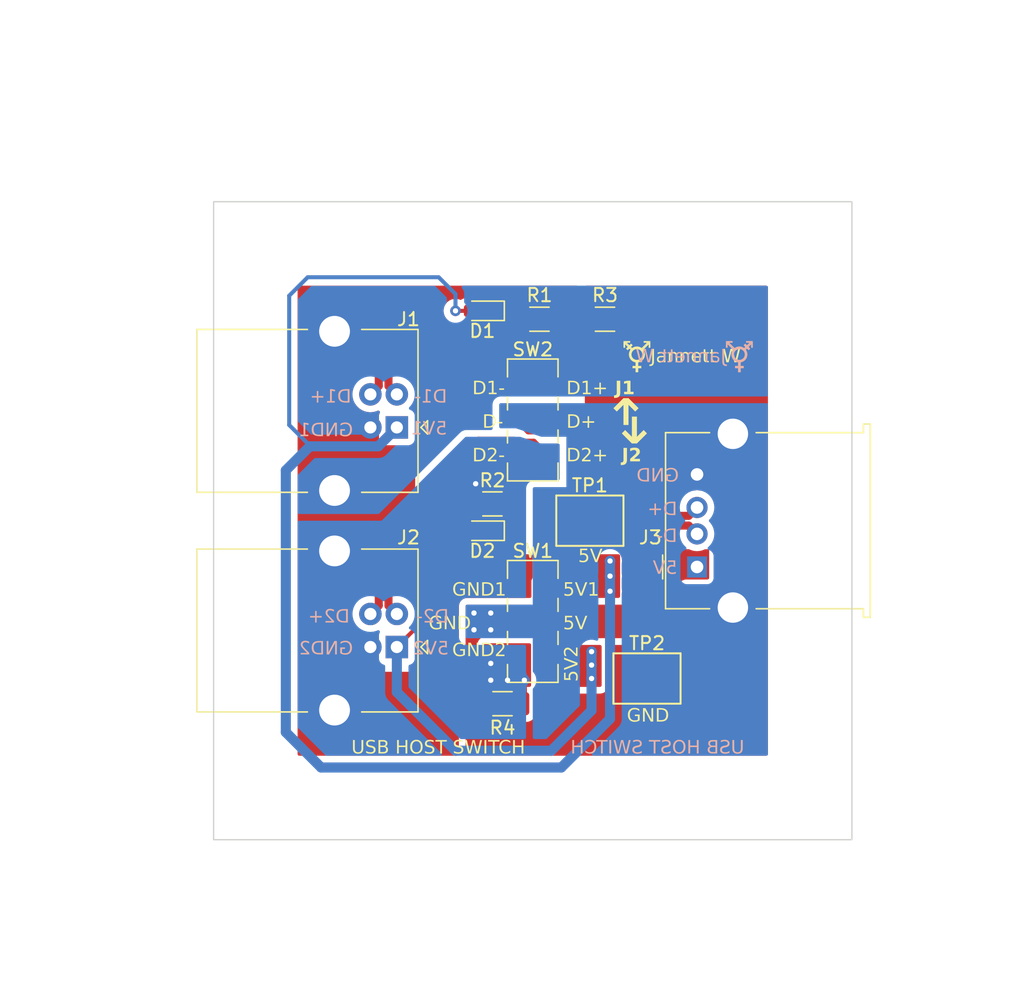
<source format=kicad_pcb>
(kicad_pcb (version 20221018) (generator pcbnew)
  (layers (0 "F.Cu" signal) (31 "B.Cu" signal) (34 "B.Paste" user) (35 "F.Paste" user) (36 "B.SilkS" user "B.Silkscreen") (37 "F.SilkS" user "F.Silkscreen") (38 "B.Mask" user) (39 "F.Mask" user) (44 "Edge.Cuts" user))
  (net 0 "")
  (net 1 "/VBUS1")
  (net 2 "/D1-")
  (net 3 "/D1+")
  (net 4 "/GND1")
  (net 5 "/VBUS2")
  (net 6 "/D2-")
  (net 7 "/D2+")
  (net 8 "/GND2")
  (net 9 "/VBUS")
  (net 10 "/D-")
  (net 11 "/D+")
  (net 12 "/GND")
  (net 13 "Net-(D1-K)")
  (net 14 "Net-(D2-K)")
  (footprint "LED_SMD:LED_0603_1608Metric_Pad1.05x0.95mm_HandSolder" (layer "F.Cu") (at 21.59 26.162 180)
    (fp_text reference "D2" (at 0 -1.524) (layer "F.SilkS"))
    (fp_text value "LED")
    (fp_line (start -1.66 -0.735) (end -1.66 0.735) (stroke (width 0.12)) (layer "F.SilkS"))
    (fp_line (start -1.66 0.735) (end 0.8 0.735) (stroke (width 0.12)) (layer "F.SilkS"))
    (fp_line (start 0.8 -0.735) (end -1.66 -0.735) (stroke (width 0.12)) (layer "F.SilkS"))
    (pad "1" smd roundrect (at -0.875 0 180) (size 1.05 0.95) (layers "F.Cu" "F.Paste" "F.Mask") (net 14 "Net-(D2-K)"))
    (pad "2" smd roundrect (at 0.875 0 180) (size 1.05 0.95) (layers "F.Cu" "F.Paste" "F.Mask") (net 5 "/VBUS2"))
  )
  (footprint "MountingHole:MountingHole_2.2mm_M2" (layer "F.Cu") (at 5.08 5.08)
    (fp_text reference "H1" hide)
    (fp_text value "M2")
    (pad "" np_thru_hole circle (at 0 0) (size 2.2 2.2) (drill 2.2) (layers "*.Cu" "*.Mask"))
  )
  (footprint "Resistor_SMD:R_1206_3216Metric" (layer "F.Cu") (at 25.908 10.16)
    (fp_text reference "R1" (at 0 -1.82) (layer "F.SilkS"))
    (fp_text value "240")
    (fp_line (start -0.727064 -0.91) (end 0.727064 -0.91) (stroke (width 0.12)) (layer "F.SilkS"))
    (fp_line (start -0.727064 0.91) (end 0.727064 0.91) (stroke (width 0.12)) (layer "F.SilkS"))
    (pad "1" smd roundrect (at -1.4625 0) (size 1.125 1.75) (layers "F.Cu" "F.Paste" "F.Mask") (roundrect_rratio 0.2222222222) (net 13 "Net-(D1-K)"))
    (pad "2" smd roundrect (at 1.4625 0) (size 1.125 1.75) (layers "F.Cu" "F.Paste" "F.Mask") (roundrect_rratio 0.2222222222) (net 4 "/GND1"))
  )
  (footprint "LED_SMD:LED_0603_1608Metric_Pad1.05x0.95mm_HandSolder" (layer "F.Cu") (at 21.59 9.525 180)
    (fp_text reference "D1" (at 0 -1.524) (layer "F.SilkS"))
    (fp_text value "LED")
    (fp_line (start -1.66 -0.735) (end -1.66 0.735) (stroke (width 0.12)) (layer "F.SilkS"))
    (fp_line (start -1.66 0.735) (end 0.8 0.735) (stroke (width 0.12)) (layer "F.SilkS"))
    (fp_line (start 0.8 -0.735) (end -1.66 -0.735) (stroke (width 0.12)) (layer "F.SilkS"))
    (pad "1" smd roundrect (at -0.875 0 180) (size 1.05 0.95) (layers "F.Cu" "F.Paste" "F.Mask") (net 13 "Net-(D1-K)"))
    (pad "2" smd roundrect (at 0.875 0 180) (size 1.05 0.95) (layers "F.Cu" "F.Paste" "F.Mask") (net 1 "/VBUS1"))
  )
  (footprint "MountingHole:MountingHole_2.2mm_M2" (layer "F.Cu") (at 45.72 45.72)
    (fp_text reference "H4" hide)
    (fp_text value "M2")
    (pad "" np_thru_hole circle (at 0 0) (size 2.2 2.2) (drill 2.2) (layers "*.Cu" "*.Mask"))
  )
  (footprint "Button_Switch_SMD:SW_DPDT_CK_JS202011JCQN" (layer "F.Cu") (at 25.4 17.78 -90)
    (fp_text reference "SW2" (at -5.334 0) (layer "F.SilkS"))
    (fp_text value "JS202011JCQN")
    (fp_line (start -4.61 -1.91) (end -4.61 1.91) (stroke (width 0.12)) (layer "F.SilkS"))
    (fp_line (start -4.61 1.91) (end -3.26 1.91) (stroke (width 0.12)) (layer "F.SilkS"))
    (fp_line (start -3.26 -1.91) (end -4.61 -1.91) (stroke (width 0.12)) (layer "F.SilkS"))
    (fp_line (start -0.76 -1.91) (end -1.74 -1.91) (stroke (width 0.12)) (layer "F.SilkS"))
    (fp_line (start -0.76 1.91) (end -1.74 1.91) (stroke (width 0.12)) (layer "F.SilkS"))
    (fp_line (start 1.74 -1.91) (end 0.76 -1.91) (stroke (width 0.12)) (layer "F.SilkS"))
    (fp_line (start 1.74 1.91) (end 0.76 1.91) (stroke (width 0.12)) (layer "F.SilkS"))
    (fp_line (start 4.61 -1.91) (end 3.26 -1.91) (stroke (width 0.12)) (layer "F.SilkS"))
    (fp_line (start 4.61 -1.91) (end 4.61 1.91) (stroke (width 0.12)) (layer "F.SilkS"))
    (fp_line (start 4.61 1.91) (end 3.26 1.91) (stroke (width 0.12)) (layer "F.SilkS"))
    (pad "1" smd rect (at -2.5 -1.2 270) (size 1 1.6) (layers "F.Cu" "F.Paste" "F.Mask") (net 3 "/D1+"))
    (pad "2" smd rect (at 0 -1.2 270) (size 1 1.6) (layers "F.Cu" "F.Paste" "F.Mask") (net 11 "/D+"))
    (pad "3" smd rect (at 2.5 -1.2 270) (size 1 1.6) (layers "F.Cu" "F.Paste" "F.Mask") (net 7 "/D2+"))
    (pad "4" smd rect (at -2.5 1.2 270) (size 1 1.6) (layers "F.Cu" "F.Paste" "F.Mask") (net 2 "/D1-"))
    (pad "5" smd rect (at 0 1.2 270) (size 1 1.6) (layers "F.Cu" "F.Paste" "F.Mask") (net 10 "/D-"))
    (pad "6" smd rect (at 2.5 1.2 270) (size 1 1.6) (layers "F.Cu" "F.Paste" "F.Mask") (net 6 "/D2-"))
  )
  (footprint "Connector_USB:USB_A_Molex_67643_Horizontal" (layer "F.Cu") (at 37.82 28.9 90)
    (fp_text reference "J3" (at 2.23 -3.53 180) (layer "F.SilkS"))
    (fp_text value "USB_A")
    (fp_line (start -3.81 12.58) (end -3.81 13.1) (stroke (width 0.12)) (layer "F.SilkS"))
    (fp_line (start -3.81 13.1) (end 10.81 13.1) (stroke (width 0.12)) (layer "F.SilkS"))
    (fp_line (start -3.16 -2.38) (end -3.16 0.95) (stroke (width 0.12)) (layer "F.SilkS"))
    (fp_line (start -3.16 -2.38) (end 10.16 -2.38) (stroke (width 0.12)) (layer "F.SilkS"))
    (fp_line (start -3.16 12.58) (end -3.81 12.58) (stroke (width 0.12)) (layer "F.SilkS"))
    (fp_line (start -3.16 12.58) (end -3.16 4.47) (stroke (width 0.12)) (layer "F.SilkS"))
    (fp_line (start -0.9 -2.6) (end 0.9 -2.6) (stroke (width 0.12)) (layer "F.SilkS"))
    (fp_line (start 10.16 -2.38) (end 10.16 0.95) (stroke (width 0.12)) (layer "F.SilkS"))
    (fp_line (start 10.16 4.47) (end 10.16 12.58) (stroke (width 0.12)) (layer "F.SilkS"))
    (fp_line (start 10.81 12.58) (end 10.16 12.58) (stroke (width 0.12)) (layer "F.SilkS"))
    (fp_line (start 10.81 13.1) (end 10.81 12.58) (stroke (width 0.12)) (layer "F.SilkS"))
    (pad "1" thru_hole rect (at 0 0 90) (size 1.6 1.5) (drill 0.95) (layers "*.Cu" "*.Mask") (net 9 "/VBUS"))
    (pad "2" thru_hole circle (at 2.5 0 90) (size 1.6 1.6) (drill 0.95) (layers "*.Cu" "*.Mask") (net 10 "/D-"))
    (pad "3" thru_hole circle (at 4.5 0 90) (size 1.6 1.6) (drill 0.95) (layers "*.Cu" "*.Mask") (net 11 "/D+"))
    (pad "4" thru_hole circle (at 7 0 90) (size 1.6 1.6) (drill 0.95) (layers "*.Cu" "*.Mask") (net 12 "/GND"))
    (pad "5" thru_hole circle (at -3.07 2.71 90) (size 3 3) (drill 2.3) (layers "*.Cu" "*.Mask") (net 12 "/GND"))
    (pad "5" thru_hole circle (at 10.07 2.71 90) (size 3 3) (drill 2.3) (layers "*.Cu" "*.Mask") (net 12 "/GND"))
  )
  (footprint "Resistor_SMD:R_1206_3216Metric" (layer "F.Cu") (at 30.861 10.16)
    (fp_text reference "R3" (at 0 -1.82) (layer "F.SilkS"))
    (fp_text value "1K")
    (fp_line (start -0.727064 -0.91) (end 0.727064 -0.91) (stroke (width 0.12)) (layer "F.SilkS"))
    (fp_line (start -0.727064 0.91) (end 0.727064 0.91) (stroke (width 0.12)) (layer "F.SilkS"))
    (pad "1" smd roundrect (at -1.4625 0) (size 1.125 1.75) (layers "F.Cu" "F.Paste" "F.Mask") (roundrect_rratio 0.2222222222) (net 4 "/GND1"))
    (pad "2" smd roundrect (at 1.4625 0) (size 1.125 1.75) (layers "F.Cu" "F.Paste" "F.Mask") (roundrect_rratio 0.2222222222) (net 12 "/GND"))
  )
  (footprint "Jarrett_Footprint_Library:Trans_Symbol" (layer "F.Cu") (at 33.274 12.827)
    (fp_text reference "SYMBOL1" hide)
    (fp_text value "~")
    (fp_circle (center 0 0) (end 0.508 0) (stroke (width 0.2)) (fill none) (layer "F.SilkS"))
    (fp_poly (pts (xy -1.016 -0.889) (xy -0.889 -0.889) (xy -0.889 -0.508) (xy -1.016 -0.508)) (fill solid) (layer "F.SilkS"))
    (fp_poly (pts (xy -0.508 -1.016) (xy -0.508 -0.889) (xy -0.889 -0.889) (xy -0.889 -1.016)) (fill solid) (layer "F.SilkS"))
    (fp_poly (pts (xy -0.381 -0.381) (xy -0.381 -0.254) (xy -1.016 -0.889) (xy -1.016 -1.016)) (fill solid) (layer "F.SilkS"))
    (fp_poly (pts (xy -0.381 -0.381) (xy -0.254 -0.381) (xy -0.889 -1.016) (xy -1.016 -1.016)) (fill solid) (layer "F.SilkS"))
    (fp_poly (pts (xy -0.3175 -0.6985) (xy -0.6985 -0.3175) (xy -0.8255 -0.4445) (xy -0.4445 -0.8255)) (fill solid) (layer "F.SilkS"))
    (fp_poly (pts (xy 0.1016 1.3462) (xy -0.1016 1.3462) (xy -0.1016 0.5842) (xy 0.1016 0.5842)) (fill solid) (layer "F.SilkS"))
    (fp_poly (pts (xy 0.3302 1.0414) (xy -0.3302 1.0414) (xy -0.3302 0.8636) (xy 0.3302 0.8636)) (fill solid) (layer "F.SilkS"))
    (fp_poly (pts (xy 0.381 -0.381) (xy 0.254 -0.381) (xy 0.889 -1.016) (xy 1.016 -1.016)) (fill solid) (layer "F.SilkS"))
    (fp_poly (pts (xy 0.381 -0.381) (xy 0.381 -0.254) (xy 1.016 -0.889) (xy 1.016 -1.016)) (fill solid) (layer "F.SilkS"))
    (fp_poly (pts (xy 0.889 -1.016) (xy 0.889 -0.889) (xy 0.508 -0.889) (xy 0.508 -1.016)) (fill solid) (layer "F.SilkS"))
    (fp_poly (pts (xy 1.016 -0.508) (xy 0.889 -0.508) (xy 0.889 -0.889) (xy 1.016 -0.889)) (fill solid) (layer "F.SilkS"))
  )
  (footprint "Resistor_SMD:R_1206_3216Metric" (layer "F.Cu") (at 22.352 24.13 180)
    (fp_text reference "R2" (at 0 1.778) (layer "F.SilkS"))
    (fp_text value "240")
    (fp_line (start -0.727064 -0.91) (end 0.727064 -0.91) (stroke (width 0.12)) (layer "F.SilkS"))
    (fp_line (start -0.727064 0.91) (end 0.727064 0.91) (stroke (width 0.12)) (layer "F.SilkS"))
    (pad "1" smd roundrect (at -1.4625 0 180) (size 1.125 1.75) (layers "F.Cu" "F.Paste" "F.Mask") (roundrect_rratio 0.2222222222) (net 14 "Net-(D2-K)"))
    (pad "2" smd roundrect (at 1.4625 0 180) (size 1.125 1.75) (layers "F.Cu" "F.Paste" "F.Mask") (roundrect_rratio 0.2222222222) (net 8 "/GND2"))
  )
  (footprint "Jarrett_Footprint_Library:TestPoint_Keystone_5016_Compact" (layer "F.Cu") (at 29.718 25.4)
    (fp_text reference "TP1" (at 0 -2.667) (layer "F.SilkS"))
    (fp_text value "5016")
    (fp_line (start -2.54 -1.905) (end 2.54 -1.905) (stroke (width 0.15)) (layer "F.SilkS"))
    (fp_line (start -2.54 1.905) (end -2.54 -1.905) (stroke (width 0.15)) (layer "F.SilkS"))
    (fp_line (start 2.54 -1.905) (end 2.54 1.905) (stroke (width 0.15)) (layer "F.SilkS"))
    (fp_line (start 2.54 1.905) (end -2.54 1.905) (stroke (width 0.15)) (layer "F.SilkS"))
    (pad "1" smd rect (at 0 0) (size 4.699 3.429) (layers "F.Cu" "F.Paste" "F.Mask") (net 9 "/VBUS"))
  )
  (footprint "MountingHole:MountingHole_2.2mm_M2" (layer "F.Cu") (at 45.72 5.08)
    (fp_text reference "H2" hide)
    (fp_text value "M2")
    (pad "" np_thru_hole circle (at 0 0) (size 2.2 2.2) (drill 2.2) (layers "*.Cu" "*.Mask"))
  )
  (footprint "Connector_USB:USB_B_OST_USB-B1HSxx_Horizontal" (layer "F.Cu") (at 15.124 18.344 180)
    (fp_text reference "J1" (at -0.878 8.184) (layer "F.SilkS"))
    (fp_text value "USB_B")
    (fp_line (start -2.32 -0.5) (end -2.32 0.5) (stroke (width 0.12)) (layer "F.SilkS"))
    (fp_line (start -2.32 0.5) (end -1.82 0) (stroke (width 0.12)) (layer "F.SilkS"))
    (fp_line (start -1.82 0) (end -2.32 -0.5) (stroke (width 0.12)) (layer "F.SilkS"))
    (fp_line (start -1.6 -4.91) (end -1.6 7.41) (stroke (width 0.12)) (layer "F.SilkS"))
    (fp_line (start -1.6 7.41) (end 2.66 7.41) (stroke (width 0.12)) (layer "F.SilkS"))
    (fp_line (start 2.66 -4.91) (end -1.6 -4.91) (stroke (width 0.12)) (layer "F.SilkS"))
    (fp_line (start 6.76 -4.91) (end 15.12 -4.91) (stroke (width 0.12)) (layer "F.SilkS"))
    (fp_line (start 15.12 -4.91) (end 15.12 7.41) (stroke (width 0.12)) (layer "F.SilkS"))
    (fp_line (start 15.12 7.41) (end 6.76 7.41) (stroke (width 0.12)) (layer "F.SilkS"))
    (pad "1" thru_hole rect (at 0 0 180) (size 1.7 1.7) (drill 0.92) (layers "*.Cu" "*.Mask") (net 1 "/VBUS1"))
    (pad "2" thru_hole circle (at 0 2.5 180) (size 1.7 1.7) (drill 0.92) (layers "*.Cu" "*.Mask") (net 2 "/D1-"))
    (pad "3" thru_hole circle (at 2 2.5 180) (size 1.7 1.7) (drill 0.92) (layers "*.Cu" "*.Mask") (net 3 "/D1+"))
    (pad "4" thru_hole circle (at 2 0 180) (size 1.7 1.7) (drill 0.92) (layers "*.Cu" "*.Mask") (net 4 "/GND1"))
    (pad "5" thru_hole circle (at 4.71 -4.77 180) (size 3.5 3.5) (drill 2.33) (layers "*.Cu" "*.Mask") (net 4 "/GND1"))
    (pad "5" thru_hole circle (at 4.71 7.27 180) (size 3.5 3.5) (drill 2.33) (layers "*.Cu" "*.Mask") (net 4 "/GND1"))
  )
  (footprint "MountingHole:MountingHole_2.2mm_M2" (layer "F.Cu") (at 5.08 45.72)
    (fp_text reference "H3" hide)
    (fp_text value "M2")
    (pad "" np_thru_hole circle (at 0 0) (size 2.2 2.2) (drill 2.2) (layers "*.Cu" "*.Mask"))
  )
  (footprint "Resistor_SMD:R_1206_3216Metric" (layer "F.Cu") (at 23.114 39.243 180)
    (fp_text reference "R4" (at 0 -1.82) (layer "F.SilkS"))
    (fp_text value "1K")
    (fp_line (start -0.727064 -0.91) (end 0.727064 -0.91) (stroke (width 0.12)) (layer "F.SilkS"))
    (fp_line (start -0.727064 0.91) (end 0.727064 0.91) (stroke (width 0.12)) (layer "F.SilkS"))
    (pad "1" smd roundrect (at -1.4625 0 180) (size 1.125 1.75) (layers "F.Cu" "F.Paste" "F.Mask") (roundrect_rratio 0.2222222222) (net 8 "/GND2"))
    (pad "2" smd roundrect (at 1.4625 0 180) (size 1.125 1.75) (layers "F.Cu" "F.Paste" "F.Mask") (roundrect_rratio 0.2222222222) (net 12 "/GND"))
  )
  (footprint "Jarrett_Footprint_Library:TestPoint_Keystone_5016_Compact" (layer "F.Cu") (at 34.036 37.338)
    (fp_text reference "TP2" (at 0 -2.667) (layer "F.SilkS"))
    (fp_text value "5016")
    (fp_line (start -2.54 -1.905) (end 2.54 -1.905) (stroke (width 0.15)) (layer "F.SilkS"))
    (fp_line (start -2.54 1.905) (end -2.54 -1.905) (stroke (width 0.15)) (layer "F.SilkS"))
    (fp_line (start 2.54 -1.905) (end 2.54 1.905) (stroke (width 0.15)) (layer "F.SilkS"))
    (fp_line (start 2.54 1.905) (end -2.54 1.905) (stroke (width 0.15)) (layer "F.SilkS"))
    (pad "1" smd rect (at 0 0) (size 4.699 3.429) (layers "F.Cu" "F.Paste" "F.Mask") (net 12 "/GND"))
  )
  (footprint "Button_Switch_SMD:SW_DPDT_CK_JS202011JCQN" (layer "F.Cu") (at 25.4 33.02 -90)
    (fp_text reference "SW1" (at -5.334 0) (layer "F.SilkS"))
    (fp_text value "JS202011JCQN")
    (fp_line (start -4.61 -1.91) (end -4.61 1.91) (stroke (width 0.12)) (layer "F.SilkS"))
    (fp_line (start -4.61 1.91) (end -3.26 1.91) (stroke (width 0.12)) (layer "F.SilkS"))
    (fp_line (start -3.26 -1.91) (end -4.61 -1.91) (stroke (width 0.12)) (layer "F.SilkS"))
    (fp_line (start -0.76 -1.91) (end -1.74 -1.91) (stroke (width 0.12)) (layer "F.SilkS"))
    (fp_line (start -0.76 1.91) (end -1.74 1.91) (stroke (width 0.12)) (layer "F.SilkS"))
    (fp_line (start 1.74 -1.91) (end 0.76 -1.91) (stroke (width 0.12)) (layer "F.SilkS"))
    (fp_line (start 1.74 1.91) (end 0.76 1.91) (stroke (width 0.12)) (layer "F.SilkS"))
    (fp_line (start 4.61 -1.91) (end 3.26 -1.91) (stroke (width 0.12)) (layer "F.SilkS"))
    (fp_line (start 4.61 -1.91) (end 4.61 1.91) (stroke (width 0.12)) (layer "F.SilkS"))
    (fp_line (start 4.61 1.91) (end 3.26 1.91) (stroke (width 0.12)) (layer "F.SilkS"))
    (pad "1" smd rect (at -2.5 -1.2 270) (size 1 1.6) (layers "F.Cu" "F.Paste" "F.Mask") (net 1 "/VBUS1"))
    (pad "2" smd rect (at 0 -1.2 270) (size 1 1.6) (layers "F.Cu" "F.Paste" "F.Mask") (net 9 "/VBUS"))
    (pad "3" smd rect (at 2.5 -1.2 270) (size 1 1.6) (layers "F.Cu" "F.Paste" "F.Mask") (net 5 "/VBUS2"))
    (pad "4" smd rect (at -2.5 1.2 270) (size 1 1.6) (layers "F.Cu" "F.Paste" "F.Mask") (net 4 "/GND1"))
    (pad "5" smd rect (at 0 1.2 270) (size 1 1.6) (layers "F.Cu" "F.Paste" "F.Mask") (net 12 "/GND"))
    (pad "6" smd rect (at 2.5 1.2 270) (size 1 1.6) (layers "F.Cu" "F.Paste" "F.Mask") (net 8 "/GND2"))
  )
  (footprint "Connector_USB:USB_B_OST_USB-B1HSxx_Horizontal" (layer "F.Cu") (at 15.124 34.956 180)
    (fp_text reference "J2" (at -0.878 8.286) (layer "F.SilkS"))
    (fp_text value "USB_B")
    (fp_line (start -2.32 -0.5) (end -2.32 0.5) (stroke (width 0.12)) (layer "F.SilkS"))
    (fp_line (start -2.32 0.5) (end -1.82 0) (stroke (width 0.12)) (layer "F.SilkS"))
    (fp_line (start -1.82 0) (end -2.32 -0.5) (stroke (width 0.12)) (layer "F.SilkS"))
    (fp_line (start -1.6 -4.91) (end -1.6 7.41) (stroke (width 0.12)) (layer "F.SilkS"))
    (fp_line (start -1.6 7.41) (end 2.66 7.41) (stroke (width 0.12)) (layer "F.SilkS"))
    (fp_line (start 2.66 -4.91) (end -1.6 -4.91) (stroke (width 0.12)) (layer "F.SilkS"))
    (fp_line (start 6.76 -4.91) (end 15.12 -4.91) (stroke (width 0.12)) (layer "F.SilkS"))
    (fp_line (start 15.12 -4.91) (end 15.12 7.41) (stroke (width 0.12)) (layer "F.SilkS"))
    (fp_line (start 15.12 7.41) (end 6.76 7.41) (stroke (width 0.12)) (layer "F.SilkS"))
    (pad "1" thru_hole rect (at 0 0 180) (size 1.7 1.7) (drill 0.92) (layers "*.Cu" "*.Mask") (net 5 "/VBUS2"))
    (pad "2" thru_hole circle (at 0 2.5 180) (size 1.7 1.7) (drill 0.92) (layers "*.Cu" "*.Mask") (net 6 "/D2-"))
    (pad "3" thru_hole circle (at 2 2.5 180) (size 1.7 1.7) (drill 0.92) (layers "*.Cu" "*.Mask") (net 7 "/D2+"))
    (pad "4" thru_hole circle (at 2 0 180) (size 1.7 1.7) (drill 0.92) (layers "*.Cu" "*.Mask") (net 8 "/GND2"))
    (pad "5" thru_hole circle (at 4.71 -4.77 180) (size 3.5 3.5) (drill 2.33) (layers "*.Cu" "*.Mask") (net 8 "/GND2"))
    (pad "5" thru_hole circle (at 4.71 7.27 180) (size 3.5 3.5) (drill 2.33) (layers "*.Cu" "*.Mask") (net 8 "/GND2"))
  )
  (footprint "Jarrett_Footprint_Library:Trans_Symbol" (layer "B.Cu") (at 41.021 12.827 180)
    (fp_text reference "SYMBOL2" hide)
    (fp_text value "~")
    (fp_circle (center 0 0) (end 0.508 0) (stroke (width 0.2)) (fill none) (layer "B.SilkS"))
    (fp_poly (pts (xy -1.016 0.889) (xy -0.889 0.889) (xy -0.889 0.508) (xy -1.016 0.508)) (fill solid) (layer "B.SilkS"))
    (fp_poly (pts (xy -0.508 1.016) (xy -0.508 0.889) (xy -0.889 0.889) (xy -0.889 1.016)) (fill solid) (layer "B.SilkS"))
    (fp_poly (pts (xy -0.381 0.381) (xy -0.381 0.254) (xy -1.016 0.889) (xy -1.016 1.016)) (fill solid) (layer "B.SilkS"))
    (fp_poly (pts (xy -0.381 0.381) (xy -0.254 0.381) (xy -0.889 1.016) (xy -1.016 1.016)) (fill solid) (layer "B.SilkS"))
    (fp_poly (pts (xy -0.3175 0.6985) (xy -0.6985 0.3175) (xy -0.8255 0.4445) (xy -0.4445 0.8255)) (fill solid) (layer "B.SilkS"))
    (fp_poly (pts (xy 0.1016 -1.3462) (xy -0.1016 -1.3462) (xy -0.1016 -0.5842) (xy 0.1016 -0.5842)) (fill solid) (layer "B.SilkS"))
    (fp_poly (pts (xy 0.3302 -1.0414) (xy -0.3302 -1.0414) (xy -0.3302 -0.8636) (xy 0.3302 -0.8636)) (fill solid) (layer "B.SilkS"))
    (fp_poly (pts (xy 0.381 0.381) (xy 0.254 0.381) (xy 0.889 1.016) (xy 1.016 1.016)) (fill solid) (layer "B.SilkS"))
    (fp_poly (pts (xy 0.381 0.381) (xy 0.381 0.254) (xy 1.016 0.889) (xy 1.016 1.016)) (fill solid) (layer "B.SilkS"))
    (fp_poly (pts (xy 0.889 1.016) (xy 0.889 0.889) (xy 0.508 0.889) (xy 0.508 1.016)) (fill solid) (layer "B.SilkS"))
    (fp_poly (pts (xy 1.016 0.508) (xy 0.889 0.508) (xy 0.889 0.889) (xy 1.016 0.889)) (fill solid) (layer "B.SilkS"))
  )
  (gr_poly (pts (xy 32.258 16.129) (xy 32.512 16.383) (xy 31.75 17.145) (xy 31.496 16.891)) (fill solid) (layer "F.SilkS"))
  (gr_rect (start 32.258 16.129) (end 32.639 18.161) (fill solid) (layer "F.SilkS"))
  (gr_poly (pts (xy 33.147 19.304) (xy 32.893 19.558) (xy 32.131 18.796) (xy 32.385 18.542)) (fill solid) (layer "F.SilkS"))
  (gr_rect (start 32.893 17.526) (end 33.274 19.558) (fill solid) (layer "F.SilkS"))
  (gr_poly (pts (xy 33.274 19.558) (xy 33.02 19.304) (xy 33.782 18.542) (xy 34.036 18.796)) (fill solid) (layer "F.SilkS"))
  (gr_poly (pts (xy 32.385 16.383) (xy 32.639 16.129) (xy 33.401 16.891) (xy 33.147 17.145)) (fill solid) (layer "F.SilkS"))
  (gr_rect (start 1.27 1.27) (end 49.53 49.53) (stroke (width 0.1)) (fill none) (layer "Edge.Cuts"))
  (gr_text "D+" (at 36.322 25.146) (layer "B.SilkS") (effects (font (size 1 1)) (justify left bottom mirror)))
  (gr_text "USB HOST SWITCH" (at 41.394576 43.18) (layer "B.SilkS") (effects (font (size 1 1) (thickness 0.15) italic) (justify left bottom mirror)))
  (gr_text "GND2" (at 11.811 35.687) (layer "B.SilkS") (effects (font (size 1 1)) (justify left bottom mirror)))
  (gr_text "GND" (at 36.449 22.606) (layer "B.SilkS") (effects (font (size 1 1)) (justify left bottom mirror)))
  (gr_text "D-" (at 36.322 27.178) (layer "B.SilkS") (effects (font (size 1 1)) (justify left bottom mirror)))
  (gr_text "D2-" (at 19.05 33.274) (layer "B.SilkS") (effects (font (size 1 1)) (justify left bottom mirror)))
  (gr_text "5V" (at 36.322 29.591) (layer "B.SilkS") (effects (font (size 1 1)) (justify left bottom mirror)))
  (gr_text "D1-" (at 18.923 16.637) (layer "B.SilkS") (effects (font (size 1 1)) (justify left bottom mirror)))
  (gr_text "Jannett W" (at 40.005 13.589) (layer "B.SilkS") (effects (font (size 1 1)) (justify left bottom mirror)))
  (gr_text "5V2" (at 19.05 35.687) (layer "B.SilkS") (effects (font (size 1 1)) (justify left bottom mirror)))
  (gr_text "GND1" (at 11.811 19.177) (layer "B.SilkS") (effects (font (size 1 1)) (justify left bottom mirror)))
  (gr_text "D2+" (at 11.557 33.274) (layer "B.SilkS") (effects (font (size 1 1)) (justify left bottom mirror)))
  (gr_text "5V1" (at 18.923 19.05) (layer "B.SilkS") (effects (font (size 1 1)) (justify left bottom mirror)))
  (gr_text "D1+" (at 11.684 16.637) (layer "B.SilkS") (effects (font (size 1 1)) (justify left bottom mirror)))
  (gr_text "D2+" (at 27.94 21.082) (layer "F.SilkS") (effects (font (size 1 1)) (justify left bottom)))
  (gr_text "GND2" (at 19.304 35.814) (layer "F.SilkS") (effects (font (size 1 1)) (justify left bottom)))
  (gr_text "GND" (at 32.512 40.767) (layer "F.SilkS") (effects (font (size 1 1)) (justify left bottom)))
  (gr_text "USB HOST SWITCH" (at 11.684 43.18) (layer "F.SilkS") (effects (font (size 1 1) (thickness 0.15) italic) (justify left bottom)))
  (gr_text "J2" (at 32.131 21.082) (layer "F.SilkS") (effects (font (size 1 1) (thickness 0.2) bold) (justify left bottom)))
  (gr_text "GND1" (at 19.304 31.242) (layer "F.SilkS") (effects (font (size 1 1)) (justify left bottom)))
  (gr_text "5V2" (at 28.956 37.592 90) (layer "F.SilkS") (effects (font (size 1 1)) (justify left bottom)))
  (gr_text "D1+" (at 27.94 16.002) (layer "F.SilkS") (effects (font (size 1 1)) (justify left bottom)))
  (gr_text "D1-" (at 20.828 16.002) (layer "F.SilkS") (effects (font (size 1 1)) (justify left bottom)))
  (gr_text "5V" (at 28.829 28.702) (layer "F.SilkS") (effects (font (size 1 1)) (justify left bottom)))
  (gr_text "GND" (at 17.526 33.782) (layer "F.SilkS") (effects (font (size 1 1)) (justify left bottom)))
  (gr_text "5V" (at 27.686 33.782) (layer "F.SilkS") (effects (font (size 1 1)) (justify left bottom)))
  (gr_text "D2-" (at 20.828 21.082) (layer "F.SilkS") (effects (font (size 1 1)) (justify left bottom)))
  (gr_text "J1" (at 31.623 16.002) (layer "F.SilkS") (effects (font (size 1 1) (thickness 0.2) bold) (justify left bottom)))
  (gr_text "Jannett W" (at 34.29 13.589) (layer "F.SilkS") (effects (font (size 1 1)) (justify left bottom)))
  (gr_text "D-" (at 21.59 18.542) (layer "F.SilkS") (effects (font (size 1 1)) (justify left bottom)))
  (gr_text "D+" (at 27.94 18.542) (layer "F.SilkS") (effects (font (size 1 1)) (justify left bottom)))
  (gr_text "5V1" (at 27.686 31.242) (layer "F.SilkS") (effects (font (size 1 1)) (justify left bottom)))
  (segment (start 19.558 9.525) (end 20.715 9.525) (width 0.3048) (layer "F.Cu") (net 1))
  (via (at 31.242 28.448) (size 0.8) (drill 0.4) (layers "F.Cu" "B.Cu") (net 1))
  (via (at 31.242 29.591) (size 0.8) (drill 0.4) (layers "F.Cu" "B.Cu") (net 1))
  (via (at 31.242 30.734) (size 0.8) (drill 0.4) (layers "F.Cu" "B.Cu") (net 1))
  (via (at 19.558 9.525) (size 0.8) (drill 0.4) (layers "F.Cu" "B.Cu") (net 1))
  (segment (start 8.546 19.722) (end 6.985 18.161) (width 0.3048) (layer "B.Cu") (net 1))
  (segment (start 6.985 8.382) (end 8.382 6.985) (width 0.3048) (layer "B.Cu") (net 1))
  (segment (start 15.124 18.344) (end 15.124 18.36774) (width 0.762) (layer "B.Cu") (net 1))
  (segment (start 31.242 40.386) (end 31.242 30.734) (width 0.762) (layer "B.Cu") (net 1))
  (segment (start 15.124 18.36774) (end 13.71674 19.775) (width 0.762) (layer "B.Cu") (net 1))
  (segment (start 31.242 29.591) (end 31.242 28.448) (width 0.762) (layer "B.Cu") (net 1))
  (segment (start 19.558 8.255) (end 19.558 9.525) (width 0.3048) (layer "B.Cu") (net 1))
  (segment (start 18.288 6.985) (end 19.558 8.255) (width 0.3048) (layer "B.Cu") (net 1))
  (segment (start 8.546 19.775) (end 6.731 21.59) (width 0.762) (layer "B.Cu") (net 1))
  (segment (start 9.398 44.069) (end 27.559 44.069) (width 0.762) (layer "B.Cu") (net 1))
  (segment (start 31.242 30.734) (end 31.242 29.591) (width 0.762) (layer "B.Cu") (net 1))
  (segment (start 8.382 6.985) (end 18.288 6.985) (width 0.3048) (layer "B.Cu") (net 1))
  (segment (start 13.71674 19.775) (end 8.546 19.775) (width 0.762) (layer "B.Cu") (net 1))
  (segment (start 6.985 18.161) (end 6.985 8.382) (width 0.3048) (layer "B.Cu") (net 1))
  (segment (start 6.731 21.59) (end 6.731 41.402) (width 0.762) (layer "B.Cu") (net 1))
  (segment (start 27.559 44.069) (end 31.242 40.386) (width 0.762) (layer "B.Cu") (net 1))
  (segment (start 6.731 41.402) (end 9.398 44.069) (width 0.762) (layer "B.Cu") (net 1))
  (segment (start 25.0317 13.385956) (end 24.307644 12.6619) (width 0.6096) (layer "F.Cu") (net 2))
  (segment (start 14.4923 13.485956) (end 14.4923 15.2123) (width 0.6096) (layer "F.Cu") (net 2))
  (segment (start 24.2 15.28) (end 25.0317 14.4483) (width 0.6096) (layer "F.Cu") (net 2))
  (segment (start 15.316356 12.6619) (end 14.4923 13.485956) (width 0.6096) (layer "F.Cu") (net 2))
  (segment (start 24.307644 12.6619) (end 15.316356 12.6619) (width 0.6096) (layer "F.Cu") (net 2))
  (segment (start 14.4923 15.2123) (end 15.124 15.844) (width 0.6096) (layer "F.Cu") (net 2))
  (segment (start 25.0317 14.4483) (end 25.0317 13.385956) (width 0.6096) (layer "F.Cu") (net 2))
  (segment (start 25.8064 13.118944) (end 24.612756 11.9253) (width 0.6096) (layer "F.Cu") (net 3))
  (segment (start 25.8064 14.4864) (end 25.8064 13.118944) (width 0.6096) (layer "F.Cu") (net 3))
  (segment (start 13.7557 15.2123) (end 13.124 15.844) (width 0.6096) (layer "F.Cu") (net 3))
  (segment (start 26.6 15.28) (end 25.8064 14.4864) (width 0.6096) (layer "F.Cu") (net 3))
  (segment (start 24.612756 11.9253) (end 15.011244 11.9253) (width 0.6096) (layer "F.Cu") (net 3))
  (segment (start 13.7557 13.180844) (end 13.7557 15.2123) (width 0.6096) (layer "F.Cu") (net 3))
  (segment (start 15.011244 11.9253) (end 13.7557 13.180844) (width 0.6096) (layer "F.Cu") (net 3))
  (segment (start 20.701 26.162) (end 16.637 30.226) (width 0.3048) (layer "F.Cu") (net 5))
  (segment (start 16.637 33.443) (end 15.124 34.956) (width 0.3048) (layer "F.Cu") (net 5))
  (segment (start 16.637 30.226) (end 16.637 33.443) (width 0.3048) (layer "F.Cu") (net 5))
  (segment (start 20.715 26.162) (end 20.701 26.162) (width 0.3048) (layer "F.Cu") (net 5))
  (via (at 29.845 37.338) (size 0.8) (drill 0.4) (layers "F.Cu" "B.Cu") (net 5))
  (via (at 29.845 36.322) (size 0.8) (drill 0.4) (layers "F.Cu" "B.Cu") (net 5))
  (via (at 29.845 35.306) (size 0.8) (drill 0.4) (layers "F.Cu" "B.Cu") (net 5))
  (segment (start 15.124 38.365) (end 19.558 42.799) (width 0.762) (layer "B.Cu") (net 5))
  (segment (start 29.845 39.751) (end 29.845 35.306) (width 0.762) (layer "B.Cu") (net 5))
  (segment (start 26.797 42.799) (end 29.845 39.751) (width 0.762) (layer "B.Cu") (net 5))
  (segment (start 19.558 42.799) (end 26.797 42.799) (width 0.762) (layer "B.Cu") (net 5))
  (segment (start 15.124 34.956) (end 15.124 38.365) (width 0.762) (layer "B.Cu") (net 5))
  (segment (start 19.4183 22.250556) (end 21.577456 20.0914) (width 0.6096) (layer "F.Cu") (net 6))
  (segment (start 24.0114 20.0914) (end 24.2 20.28) (width 0.6096) (layer "F.Cu") (net 6))
  (segment (start 19.4183 25.552556) (end 19.4183 22.250556) (width 0.6096) (layer "F.Cu") (net 6))
  (segment (start 21.577456 20.0914) (end 24.0114 20.0914) (width 0.6096) (layer "F.Cu") (net 6))
  (segment (start 14.4923 31.8243) (end 14.4923 30.478556) (width 0.6096) (layer "F.Cu") (net 6))
  (segment (start 15.124 32.456) (end 14.4923 31.8243) (width 0.6096) (layer "F.Cu") (net 6))
  (segment (start 14.4923 30.478556) (end 19.4183 25.552556) (width 0.6096) (layer "F.Cu") (net 6))
  (segment (start 13.124 32.456) (end 13.7557 31.8243) (width 0.6096) (layer "F.Cu") (net 7))
  (segment (start 13.7557 30.173444) (end 18.6817 25.247444) (width 0.6096) (layer "F.Cu") (net 7))
  (segment (start 13.7557 31.8243) (end 13.7557 30.173444) (width 0.6096) (layer "F.Cu") (net 7))
  (segment (start 26.3252 20.28) (end 26.6 20.28) (width 0.254) (layer "F.Cu") (net 7))
  (segment (start 18.6817 25.247444) (end 18.6817 21.945444) (width 0.6096) (layer "F.Cu") (net 7))
  (segment (start 18.6817 21.945444) (end 21.278944 19.3482) (width 0.6096) (layer "F.Cu") (net 7))
  (segment (start 25.4696 19.4244) (end 24.1046 19.4244) (width 0.4572) (layer "F.Cu") (net 7))
  (segment (start 26.3252 20.28) (end 25.4696 19.4244) (width 0.4572) (layer "F.Cu") (net 7))
  (segment (start 21.278944 19.3482) (end 23.9842 19.3482) (width 0.6096) (layer "F.Cu") (net 7))
  (segment (start 24.5765 39.243) (end 24.5765 37.6535) (width 0.762) (layer "F.Cu") (net 8))
  (segment (start 24.5765 37.6535) (end 24.765 37.465) (width 0.762) (layer "F.Cu") (net 8))
  (segment (start 20.8895 22.7985) (end 20.8895 24.13) (width 0.762) (layer "F.Cu") (net 8))
  (segment (start 21.082 22.606) (end 20.8895 22.7985) (width 0.762) (layer "F.Cu") (net 8))
  (via (at 21.082 22.606) (size 0.8) (drill 0.4) (layers "F.Cu" "B.Cu") (net 8))
  (via (at 23.495 37.465) (size 0.8) (drill 0.4) (layers "F.Cu" "B.Cu") (net 8))
  (via (at 22.225 36.195) (size 0.8) (drill 0.4) (layers "F.Cu" "B.Cu") (net 8))
  (via (at 22.225 37.465) (size 0.8) (drill 0.4) (layers "F.Cu" "B.Cu") (net 8))
  (via (at 24.765 37.465) (size 0.8) (drill 0.4) (layers "F.Cu" "B.Cu") (net 8))
  (segment (start 37.79 28.9) (end 36.068 27.178) (width 0.762) (layer "F.Cu") (net 9))
  (segment (start 32.385 27.178) (end 30.607 25.4) (width 0.762) (layer "F.Cu") (net 9))
  (segment (start 30.607 25.4) (end 29.718 25.4) (width 0.762) (layer "F.Cu") (net 9))
  (segment (start 36.068 27.178) (end 32.385 27.178) (width 0.762) (layer "F.Cu") (net 9))
  (segment (start 37.82 28.9) (end 37.79 28.9) (width 0.762) (layer "F.Cu") (net 9))
  (segment (start 37.82 26.4) (end 37.1883 25.7683) (width 0.6096) (layer "F.Cu") (net 10))
  (segment (start 37.1883 25.7683) (end 35.636044 25.7683) (width 0.6096) (layer "F.Cu") (net 10))
  (segment (start 27.0764 18.7198) (end 27.0002 18.6436) (width 0.4572) (layer "F.Cu") (net 10))
  (segment (start 27.0002 18.6436) (end 25.0636 18.6436) (width 0.4572) (layer "F.Cu") (net 10))
  (segment (start 35.636044 25.7683) (end 28.587544 18.7198) (width 0.6096) (layer "F.Cu") (net 10))
  (segment (start 25.0636 18.6436) (end 24.2 17.78) (width 0.4572) (layer "F.Cu") (net 10))
  (segment (start 28.587544 18.7198) (end 27.0764 18.7198) (width 0.6096) (layer "F.Cu") (net 10))
  (segment (start 37.82 24.4) (end 37.1883 25.0317) (width 0.6096) (layer "F.Cu") (net 11))
  (segment (start 26.67 17.9832) (end 26.6 17.9132) (width 0.6096) (layer "F.Cu") (net 11))
  (segment (start 26.6 17.9132) (end 26.6 17.78) (width 0.6096) (layer "F.Cu") (net 11))
  (segment (start 28.892656 17.9832) (end 26.67 17.9832) (width 0.6096) (layer "F.Cu") (net 11))
  (segment (start 37.1883 25.0317) (end 35.941156 25.0317) (width 0.6096) (layer "F.Cu") (net 11))
  (segment (start 35.941156 25.0317) (end 28.892656 17.9832) (width 0.6096) (layer "F.Cu") (net 11))
  (via (at 22.225 32.385) (size 0.8) (drill 0.4) (layers "F.Cu" "B.Cu") (net 12))
  (via (at 20.955 33.655) (size 0.8) (drill 0.4) (layers "F.Cu" "B.Cu") (net 12))
  (via (at 20.955 32.385) (size 0.8) (drill 0.4) (layers "F.Cu" "B.Cu") (net 12))
  (via (at 22.225 33.655) (size 0.8) (drill 0.4) (layers "F.Cu" "B.Cu") (net 12))
  (segment (start 23.1 10.16) (end 22.465 9.525) (width 0.3048) (layer "F.Cu") (net 13))
  (segment (start 24.4455 10.16) (end 23.1 10.16) (width 0.3048) (layer "F.Cu") (net 13))
  (segment (start 23.368 26.162) (end 23.8145 25.7155) (width 0.3048) (layer "F.Cu") (net 14))
  (segment (start 23.8145 25.7155) (end 23.8145 24.13) (width 0.3048) (layer "F.Cu") (net 14))
  (segment (start 22.465 26.162) (end 23.368 26.162) (width 0.3048) (layer "F.Cu") (net 14))
  (zone (net 4) (net_name "/GND1") (layer "F.Cu") (priority 1) (connect_pads yes (clearance 0.5)) (min_thickness 0.25) (fill yes (thermal_gap 0.5) (thermal_bridge_width 0.5))
    (polygon (pts (xy 25.4 27.94) (xy 17.78 27.94) (xy 17.78 35.56) (xy 16.51 36.83) (xy 12.7 36.83) (xy 11.43 35.56) (xy 11.43 30.48) (xy 16.51 25.4) (xy 16.51 16.51) (xy 11.43 16.51) (xy 11.43 13.97) (xy 14.986 10.414) (xy 30.226 10.414) (xy 30.226 7.62) (xy 11.43 7.62) (xy 7.62 7.62) (xy 7.62 43.18) (xy 25.4 43.18)))
  )
  (zone (net 9) (net_name "/VBUS") (layer "F.Cu") (connect_pads yes (clearance 0.5)) (min_thickness 0.25) (fill yes (thermal_gap 0.5) (thermal_bridge_width 0.5))
    (polygon (pts (xy 32.385 31.75) (xy 32.385 34.29) (xy 25.781 34.29) (xy 25.781 31.75)))
  )
  (zone (net 12) (net_name "/GND") (layer "F.Cu") (priority 3) (connect_pads yes (clearance 0.5)) (min_thickness 0.25) (fill yes (thermal_gap 0.5) (thermal_bridge_width 0.5))
    (polygon (pts (xy 25.4 31.75) (xy 25.4 34.29) (xy 20.32 34.29) (xy 20.32 31.75)))
  )
  (zone (net 8) (net_name "/GND2") (layer "F.Cu") (priority 5) (connect_pads yes (clearance 0.5)) (min_thickness 0.25) (fill yes (thermal_gap 0.5) (thermal_bridge_width 0.5))
    (polygon (pts (xy 25.273 34.671) (xy 25.273 37.973) (xy 21.717 37.973) (xy 21.717 34.671)))
  )
  (zone (net 1) (net_name "/VBUS1") (layer "F.Cu") (connect_pads yes (clearance 0.5)) (min_thickness 0.25) (fill yes (thermal_gap 0.5) (thermal_bridge_width 0.5))
    (polygon (pts (xy 32.004 27.94) (xy 32.004 31.242) (xy 25.781 31.242) (xy 25.781 27.94)))
  )
  (zone (net 9) (net_name "/VBUS") (layer "F.Cu") (connect_pads yes (clearance 0.5)) (min_thickness 0.25) (fill yes (thermal_gap 0.5) (thermal_bridge_width 0.5))
    (polygon (pts (xy 39.116 27.559) (xy 39.116 30.099) (xy 36.449 30.099) (xy 36.449 27.559)))
  )
  (zone (net 9) (net_name "/VBUS") (layer "F.Cu") (connect_pads yes (clearance 0.5)) (min_thickness 0.25) (fill yes (thermal_gap 0.5) (thermal_bridge_width 0.5))
    (polygon (pts (xy 32.382996 34.292004) (xy 32.382996 31.752004) (xy 36.573996 27.561004) (xy 36.573996 30.101004)))
  )
  (zone (net 5) (net_name "/VBUS2") (layer "F.Cu") (priority 6) (connect_pads yes (clearance 0.5)) (min_thickness 0.25) (fill yes (thermal_gap 0.5) (thermal_bridge_width 0.5))
    (polygon (pts (xy 30.607 34.798) (xy 30.607 37.973) (xy 25.781 37.973) (xy 25.781 34.798)))
  )
  (zone (net 12) (net_name "/GND") (layer "F.Cu") (priority 3) (connect_pads yes (clearance 0.5)) (min_thickness 0.25) (fill yes (thermal_gap 0.5) (thermal_bridge_width 0.5))
    (polygon (pts (xy 43.18 43.18) (xy 43.18 7.62) (xy 29.337 7.62) (xy 29.337 10.16) (xy 29.337 11.938) (xy 29.337 16.51) (xy 36.068 23.114) (xy 39.243 23.114) (xy 39.243 30.353) (xy 36.957 30.353) (xy 32.512 34.798) (xy 30.988 34.798) (xy 30.988 38.1) (xy 21.59 38.1) (xy 21.59 34.29) (xy 20.32 34.29) (xy 20.32 43.18)))
  )
  (zone (net 8) (net_name "/GND2") (layer "B.Cu") (priority 1) (connect_pads yes (clearance 0.5)) (min_thickness 0.25) (fill yes (thermal_gap 0.5) (thermal_bridge_width 0.5))
    (polygon (pts (xy 25.4 34.29) (xy 25.4 22.86) (xy 27.94 22.86) (xy 27.94 19.05) (xy 20.32 19.05) (xy 13.97 25.4) (xy 7.62 25.4) (xy 7.62 43.18) (xy 25.4 43.18)))
  )
  (zone (net 4) (net_name "/GND1") (layer "B.Cu") (connect_pads yes (clearance 0.5)) (min_thickness 0.25) (fill yes (thermal_gap 0.5) (thermal_bridge_width 0.5))
    (polygon (pts (xy 7.62 7.62) (xy 43.18 7.62) (xy 43.18 16.51) (xy 22.86 16.51) (xy 22.86 25.4) (xy 7.62 25.4)))
  )
  (zone (net 12) (net_name "/GND") (layer "B.Cu") (priority 2) (connect_pads yes (clearance 0.5)) (min_thickness 0.25) (fill yes (thermal_gap 0.5) (thermal_bridge_width 0.5))
    (polygon (pts (xy 43.18 43.18) (xy 25.4 43.18) (xy 25.4 34.29) (xy 20.32 34.29) (xy 20.32 31.75) (xy 25.4 31.75) (xy 25.4 22.86) (xy 27.94 22.86) (xy 27.94 19.05) (xy 26.035 19.05) (xy 24.13 18.415) (xy 22.86 18.415) (xy 22.86 16.51) (xy 43.18 16.51)))
  )
)
</source>
